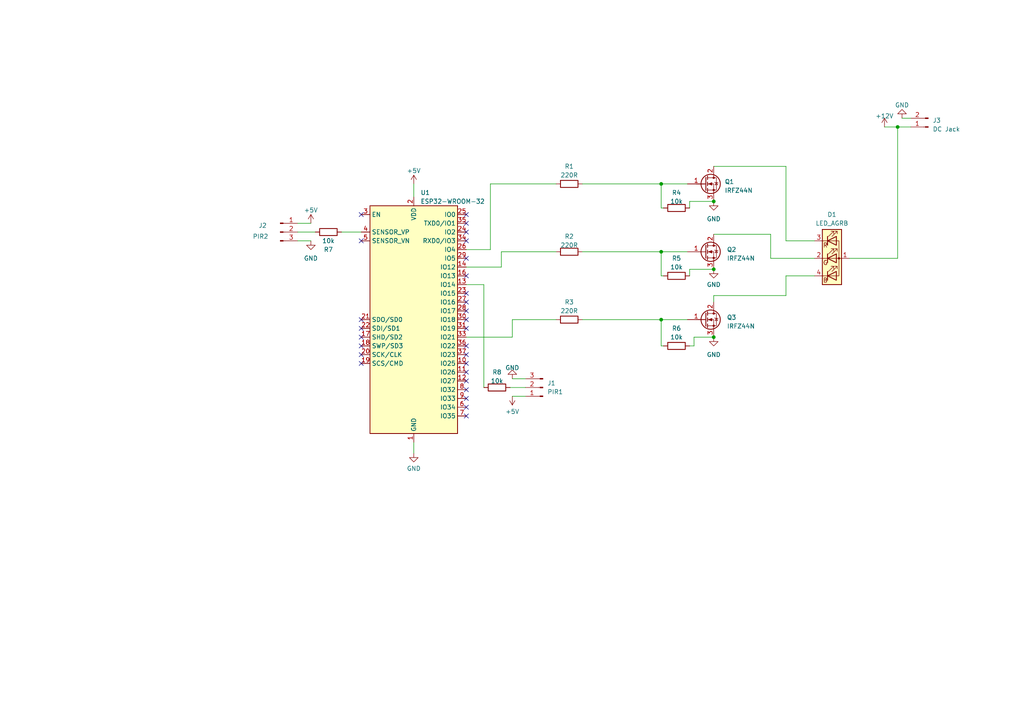
<source format=kicad_sch>
(kicad_sch (version 20230121) (generator eeschema)

  (uuid ffdbc5d0-44c3-4dd5-aaed-0da2226350a6)

  (paper "A4")

  (lib_symbols
    (symbol "Connector:Conn_01x02_Pin" (pin_names (offset 1.016) hide) (in_bom yes) (on_board yes)
      (property "Reference" "J" (at 0 2.54 0)
        (effects (font (size 1.27 1.27)))
      )
      (property "Value" "Conn_01x02_Pin" (at 0 -5.08 0)
        (effects (font (size 1.27 1.27)))
      )
      (property "Footprint" "" (at 0 0 0)
        (effects (font (size 1.27 1.27)) hide)
      )
      (property "Datasheet" "~" (at 0 0 0)
        (effects (font (size 1.27 1.27)) hide)
      )
      (property "ki_locked" "" (at 0 0 0)
        (effects (font (size 1.27 1.27)))
      )
      (property "ki_keywords" "connector" (at 0 0 0)
        (effects (font (size 1.27 1.27)) hide)
      )
      (property "ki_description" "Generic connector, single row, 01x02, script generated" (at 0 0 0)
        (effects (font (size 1.27 1.27)) hide)
      )
      (property "ki_fp_filters" "Connector*:*_1x??_*" (at 0 0 0)
        (effects (font (size 1.27 1.27)) hide)
      )
      (symbol "Conn_01x02_Pin_1_1"
        (polyline
          (pts
            (xy 1.27 -2.54)
            (xy 0.8636 -2.54)
          )
          (stroke (width 0.1524) (type default))
          (fill (type none))
        )
        (polyline
          (pts
            (xy 1.27 0)
            (xy 0.8636 0)
          )
          (stroke (width 0.1524) (type default))
          (fill (type none))
        )
        (rectangle (start 0.8636 -2.413) (end 0 -2.667)
          (stroke (width 0.1524) (type default))
          (fill (type outline))
        )
        (rectangle (start 0.8636 0.127) (end 0 -0.127)
          (stroke (width 0.1524) (type default))
          (fill (type outline))
        )
        (pin passive line (at 5.08 0 180) (length 3.81)
          (name "Pin_1" (effects (font (size 1.27 1.27))))
          (number "1" (effects (font (size 1.27 1.27))))
        )
        (pin passive line (at 5.08 -2.54 180) (length 3.81)
          (name "Pin_2" (effects (font (size 1.27 1.27))))
          (number "2" (effects (font (size 1.27 1.27))))
        )
      )
    )
    (symbol "Connector:Conn_01x03_Pin" (pin_names (offset 1.016) hide) (in_bom yes) (on_board yes)
      (property "Reference" "J" (at 0 5.08 0)
        (effects (font (size 1.27 1.27)))
      )
      (property "Value" "Conn_01x03_Pin" (at 0 -5.08 0)
        (effects (font (size 1.27 1.27)))
      )
      (property "Footprint" "" (at 0 0 0)
        (effects (font (size 1.27 1.27)) hide)
      )
      (property "Datasheet" "~" (at 0 0 0)
        (effects (font (size 1.27 1.27)) hide)
      )
      (property "ki_locked" "" (at 0 0 0)
        (effects (font (size 1.27 1.27)))
      )
      (property "ki_keywords" "connector" (at 0 0 0)
        (effects (font (size 1.27 1.27)) hide)
      )
      (property "ki_description" "Generic connector, single row, 01x03, script generated" (at 0 0 0)
        (effects (font (size 1.27 1.27)) hide)
      )
      (property "ki_fp_filters" "Connector*:*_1x??_*" (at 0 0 0)
        (effects (font (size 1.27 1.27)) hide)
      )
      (symbol "Conn_01x03_Pin_1_1"
        (polyline
          (pts
            (xy 1.27 -2.54)
            (xy 0.8636 -2.54)
          )
          (stroke (width 0.1524) (type default))
          (fill (type none))
        )
        (polyline
          (pts
            (xy 1.27 0)
            (xy 0.8636 0)
          )
          (stroke (width 0.1524) (type default))
          (fill (type none))
        )
        (polyline
          (pts
            (xy 1.27 2.54)
            (xy 0.8636 2.54)
          )
          (stroke (width 0.1524) (type default))
          (fill (type none))
        )
        (rectangle (start 0.8636 -2.413) (end 0 -2.667)
          (stroke (width 0.1524) (type default))
          (fill (type outline))
        )
        (rectangle (start 0.8636 0.127) (end 0 -0.127)
          (stroke (width 0.1524) (type default))
          (fill (type outline))
        )
        (rectangle (start 0.8636 2.667) (end 0 2.413)
          (stroke (width 0.1524) (type default))
          (fill (type outline))
        )
        (pin passive line (at 5.08 2.54 180) (length 3.81)
          (name "Pin_1" (effects (font (size 1.27 1.27))))
          (number "1" (effects (font (size 1.27 1.27))))
        )
        (pin passive line (at 5.08 0 180) (length 3.81)
          (name "Pin_2" (effects (font (size 1.27 1.27))))
          (number "2" (effects (font (size 1.27 1.27))))
        )
        (pin passive line (at 5.08 -2.54 180) (length 3.81)
          (name "Pin_3" (effects (font (size 1.27 1.27))))
          (number "3" (effects (font (size 1.27 1.27))))
        )
      )
    )
    (symbol "Device:LED_AGRB" (pin_names (offset 0) hide) (in_bom yes) (on_board yes)
      (property "Reference" "D" (at 0 9.398 0)
        (effects (font (size 1.27 1.27)))
      )
      (property "Value" "LED_AGRB" (at 0 -8.89 0)
        (effects (font (size 1.27 1.27)))
      )
      (property "Footprint" "" (at 0 -1.27 0)
        (effects (font (size 1.27 1.27)) hide)
      )
      (property "Datasheet" "~" (at 0 -1.27 0)
        (effects (font (size 1.27 1.27)) hide)
      )
      (property "ki_keywords" "LED RGB diode" (at 0 0 0)
        (effects (font (size 1.27 1.27)) hide)
      )
      (property "ki_description" "RGB LED, anode/green/red/blue" (at 0 0 0)
        (effects (font (size 1.27 1.27)) hide)
      )
      (property "ki_fp_filters" "LED* LED_SMD:* LED_THT:*" (at 0 0 0)
        (effects (font (size 1.27 1.27)) hide)
      )
      (symbol "LED_AGRB_0_0"
        (text "B" (at -1.905 -6.35 0)
          (effects (font (size 1.27 1.27)))
        )
        (text "G" (at -1.905 -1.27 0)
          (effects (font (size 1.27 1.27)))
        )
        (text "R" (at -1.905 3.81 0)
          (effects (font (size 1.27 1.27)))
        )
      )
      (symbol "LED_AGRB_0_1"
        (polyline
          (pts
            (xy -1.27 -5.08)
            (xy -2.54 -5.08)
          )
          (stroke (width 0) (type default))
          (fill (type none))
        )
        (polyline
          (pts
            (xy -1.27 -5.08)
            (xy 1.27 -5.08)
          )
          (stroke (width 0) (type default))
          (fill (type none))
        )
        (polyline
          (pts
            (xy -1.27 -3.81)
            (xy -1.27 -6.35)
          )
          (stroke (width 0.254) (type default))
          (fill (type none))
        )
        (polyline
          (pts
            (xy -1.27 0)
            (xy -2.54 0)
          )
          (stroke (width 0) (type default))
          (fill (type none))
        )
        (polyline
          (pts
            (xy -1.27 1.27)
            (xy -1.27 -1.27)
          )
          (stroke (width 0.254) (type default))
          (fill (type none))
        )
        (polyline
          (pts
            (xy -1.27 5.08)
            (xy -2.54 5.08)
          )
          (stroke (width 0) (type default))
          (fill (type none))
        )
        (polyline
          (pts
            (xy -1.27 5.08)
            (xy 1.27 5.08)
          )
          (stroke (width 0) (type default))
          (fill (type none))
        )
        (polyline
          (pts
            (xy -1.27 6.35)
            (xy -1.27 3.81)
          )
          (stroke (width 0.254) (type default))
          (fill (type none))
        )
        (polyline
          (pts
            (xy 1.27 0)
            (xy -1.27 0)
          )
          (stroke (width 0) (type default))
          (fill (type none))
        )
        (polyline
          (pts
            (xy 1.27 0)
            (xy 2.54 0)
          )
          (stroke (width 0) (type default))
          (fill (type none))
        )
        (polyline
          (pts
            (xy -1.27 1.27)
            (xy -1.27 -1.27)
            (xy -1.27 -1.27)
          )
          (stroke (width 0) (type default))
          (fill (type none))
        )
        (polyline
          (pts
            (xy -1.27 6.35)
            (xy -1.27 3.81)
            (xy -1.27 3.81)
          )
          (stroke (width 0) (type default))
          (fill (type none))
        )
        (polyline
          (pts
            (xy 1.27 -5.08)
            (xy 2.032 -5.08)
            (xy 2.032 5.08)
            (xy 1.27 5.08)
          )
          (stroke (width 0) (type default))
          (fill (type none))
        )
        (polyline
          (pts
            (xy 1.27 -3.81)
            (xy 1.27 -6.35)
            (xy -1.27 -5.08)
            (xy 1.27 -3.81)
          )
          (stroke (width 0.254) (type default))
          (fill (type none))
        )
        (polyline
          (pts
            (xy 1.27 1.27)
            (xy 1.27 -1.27)
            (xy -1.27 0)
            (xy 1.27 1.27)
          )
          (stroke (width 0.254) (type default))
          (fill (type none))
        )
        (polyline
          (pts
            (xy 1.27 6.35)
            (xy 1.27 3.81)
            (xy -1.27 5.08)
            (xy 1.27 6.35)
          )
          (stroke (width 0.254) (type default))
          (fill (type none))
        )
        (polyline
          (pts
            (xy -1.016 -3.81)
            (xy 0.508 -2.286)
            (xy -0.254 -2.286)
            (xy 0.508 -2.286)
            (xy 0.508 -3.048)
          )
          (stroke (width 0) (type default))
          (fill (type none))
        )
        (polyline
          (pts
            (xy -1.016 1.27)
            (xy 0.508 2.794)
            (xy -0.254 2.794)
            (xy 0.508 2.794)
            (xy 0.508 2.032)
          )
          (stroke (width 0) (type default))
          (fill (type none))
        )
        (polyline
          (pts
            (xy -1.016 6.35)
            (xy 0.508 7.874)
            (xy -0.254 7.874)
            (xy 0.508 7.874)
            (xy 0.508 7.112)
          )
          (stroke (width 0) (type default))
          (fill (type none))
        )
        (polyline
          (pts
            (xy 0 -3.81)
            (xy 1.524 -2.286)
            (xy 0.762 -2.286)
            (xy 1.524 -2.286)
            (xy 1.524 -3.048)
          )
          (stroke (width 0) (type default))
          (fill (type none))
        )
        (polyline
          (pts
            (xy 0 1.27)
            (xy 1.524 2.794)
            (xy 0.762 2.794)
            (xy 1.524 2.794)
            (xy 1.524 2.032)
          )
          (stroke (width 0) (type default))
          (fill (type none))
        )
        (polyline
          (pts
            (xy 0 6.35)
            (xy 1.524 7.874)
            (xy 0.762 7.874)
            (xy 1.524 7.874)
            (xy 1.524 7.112)
          )
          (stroke (width 0) (type default))
          (fill (type none))
        )
        (rectangle (start 1.27 -1.27) (end 1.27 1.27)
          (stroke (width 0) (type default))
          (fill (type none))
        )
        (rectangle (start 1.27 1.27) (end 1.27 1.27)
          (stroke (width 0) (type default))
          (fill (type none))
        )
        (rectangle (start 1.27 3.81) (end 1.27 6.35)
          (stroke (width 0) (type default))
          (fill (type none))
        )
        (rectangle (start 1.27 6.35) (end 1.27 6.35)
          (stroke (width 0) (type default))
          (fill (type none))
        )
        (circle (center 2.032 0) (radius 0.254)
          (stroke (width 0) (type default))
          (fill (type outline))
        )
        (rectangle (start 2.794 8.382) (end -2.794 -7.62)
          (stroke (width 0.254) (type default))
          (fill (type background))
        )
      )
      (symbol "LED_AGRB_1_1"
        (pin passive line (at 5.08 0 180) (length 2.54)
          (name "A" (effects (font (size 1.27 1.27))))
          (number "1" (effects (font (size 1.27 1.27))))
        )
        (pin passive line (at -5.08 0 0) (length 2.54)
          (name "GK" (effects (font (size 1.27 1.27))))
          (number "2" (effects (font (size 1.27 1.27))))
        )
        (pin passive line (at -5.08 5.08 0) (length 2.54)
          (name "RK" (effects (font (size 1.27 1.27))))
          (number "3" (effects (font (size 1.27 1.27))))
        )
        (pin passive line (at -5.08 -5.08 0) (length 2.54)
          (name "BK" (effects (font (size 1.27 1.27))))
          (number "4" (effects (font (size 1.27 1.27))))
        )
      )
    )
    (symbol "Device:R" (pin_numbers hide) (pin_names (offset 0)) (in_bom yes) (on_board yes)
      (property "Reference" "R" (at 2.032 0 90)
        (effects (font (size 1.27 1.27)))
      )
      (property "Value" "R" (at 0 0 90)
        (effects (font (size 1.27 1.27)))
      )
      (property "Footprint" "" (at -1.778 0 90)
        (effects (font (size 1.27 1.27)) hide)
      )
      (property "Datasheet" "~" (at 0 0 0)
        (effects (font (size 1.27 1.27)) hide)
      )
      (property "ki_keywords" "R res resistor" (at 0 0 0)
        (effects (font (size 1.27 1.27)) hide)
      )
      (property "ki_description" "Resistor" (at 0 0 0)
        (effects (font (size 1.27 1.27)) hide)
      )
      (property "ki_fp_filters" "R_*" (at 0 0 0)
        (effects (font (size 1.27 1.27)) hide)
      )
      (symbol "R_0_1"
        (rectangle (start -1.016 -2.54) (end 1.016 2.54)
          (stroke (width 0.254) (type default))
          (fill (type none))
        )
      )
      (symbol "R_1_1"
        (pin passive line (at 0 3.81 270) (length 1.27)
          (name "~" (effects (font (size 1.27 1.27))))
          (number "1" (effects (font (size 1.27 1.27))))
        )
        (pin passive line (at 0 -3.81 90) (length 1.27)
          (name "~" (effects (font (size 1.27 1.27))))
          (number "2" (effects (font (size 1.27 1.27))))
        )
      )
    )
    (symbol "FuzzBeard Schematic Symbols for Pedals:GND" (power) (pin_names (offset 0)) (in_bom yes) (on_board yes)
      (property "Reference" "#PWR" (at 0 -6.35 0)
        (effects (font (size 1.27 1.27)) hide)
      )
      (property "Value" "GND" (at 0 -3.81 0)
        (effects (font (size 1.27 1.27)))
      )
      (property "Footprint" "" (at 0 0 0)
        (effects (font (size 1.27 1.27)) hide)
      )
      (property "Datasheet" "" (at 0 0 0)
        (effects (font (size 1.27 1.27)) hide)
      )
      (property "ki_keywords" "power-flag" (at 0 0 0)
        (effects (font (size 1.27 1.27)) hide)
      )
      (property "ki_description" "Power symbol creates a global label with name \"GND\" , ground" (at 0 0 0)
        (effects (font (size 1.27 1.27)) hide)
      )
      (symbol "GND_0_1"
        (polyline
          (pts
            (xy 0 0)
            (xy 0 -1.27)
            (xy 1.27 -1.27)
            (xy 0 -2.54)
            (xy -1.27 -1.27)
            (xy 0 -1.27)
          )
          (stroke (width 0) (type solid))
          (fill (type none))
        )
      )
      (symbol "GND_1_1"
        (pin power_in line (at 0 0 270) (length 0) hide
          (name "GND" (effects (font (size 1.27 1.27))))
          (number "1" (effects (font (size 1.27 1.27))))
        )
      )
    )
    (symbol "RF_Module:ESP32-WROOM-32" (in_bom yes) (on_board yes)
      (property "Reference" "U1" (at 1.9559 36.83 0)
        (effects (font (size 1.27 1.27)) (justify left))
      )
      (property "Value" "ESP32-WROOM-32" (at 1.9559 34.29 0)
        (effects (font (size 1.27 1.27)) (justify left))
      )
      (property "Footprint" "Espressif:ESP32-C3-DevKitC-02" (at 0 -38.1 0)
        (effects (font (size 1.27 1.27)) hide)
      )
      (property "Datasheet" "https://www.espressif.com/sites/default/files/documentation/esp32-wroom-32_datasheet_en.pdf" (at -7.62 1.27 0)
        (effects (font (size 1.27 1.27)) hide)
      )
      (property "ki_keywords" "RF Radio BT ESP ESP32 Espressif onboard PCB antenna" (at 0 0 0)
        (effects (font (size 1.27 1.27)) hide)
      )
      (property "ki_description" "RF Module, ESP32-D0WDQ6 SoC, Wi-Fi 802.11b/g/n, Bluetooth, BLE, 32-bit, 2.7-3.6V, onboard antenna, SMD" (at 0 0 0)
        (effects (font (size 1.27 1.27)) hide)
      )
      (property "ki_fp_filters" "ESP32?WROOM?32*" (at 0 0 0)
        (effects (font (size 1.27 1.27)) hide)
      )
      (symbol "ESP32-WROOM-32_0_1"
        (rectangle (start -12.7 33.02) (end 12.7 -33.02)
          (stroke (width 0.254) (type default))
          (fill (type background))
        )
      )
      (symbol "ESP32-WROOM-32_1_1"
        (pin power_in line (at 0 -35.56 90) (length 2.54)
          (name "GND" (effects (font (size 1.27 1.27))))
          (number "1" (effects (font (size 1.27 1.27))))
        )
        (pin bidirectional line (at 15.24 -12.7 180) (length 2.54)
          (name "IO25" (effects (font (size 1.27 1.27))))
          (number "10" (effects (font (size 1.27 1.27))))
        )
        (pin bidirectional line (at 15.24 -15.24 180) (length 2.54)
          (name "IO26" (effects (font (size 1.27 1.27))))
          (number "11" (effects (font (size 1.27 1.27))))
        )
        (pin bidirectional line (at 15.24 -17.78 180) (length 2.54)
          (name "IO27" (effects (font (size 1.27 1.27))))
          (number "12" (effects (font (size 1.27 1.27))))
        )
        (pin bidirectional line (at 15.24 10.16 180) (length 2.54)
          (name "IO14" (effects (font (size 1.27 1.27))))
          (number "13" (effects (font (size 1.27 1.27))))
        )
        (pin bidirectional line (at 15.24 15.24 180) (length 2.54)
          (name "IO12" (effects (font (size 1.27 1.27))))
          (number "14" (effects (font (size 1.27 1.27))))
        )
        (pin passive line (at 0 -35.56 90) (length 2.54) hide
          (name "GND" (effects (font (size 1.27 1.27))))
          (number "15" (effects (font (size 1.27 1.27))))
        )
        (pin bidirectional line (at 15.24 12.7 180) (length 2.54)
          (name "IO13" (effects (font (size 1.27 1.27))))
          (number "16" (effects (font (size 1.27 1.27))))
        )
        (pin bidirectional line (at -15.24 -5.08 0) (length 2.54)
          (name "SHD/SD2" (effects (font (size 1.27 1.27))))
          (number "17" (effects (font (size 1.27 1.27))))
        )
        (pin bidirectional line (at -15.24 -7.62 0) (length 2.54)
          (name "SWP/SD3" (effects (font (size 1.27 1.27))))
          (number "18" (effects (font (size 1.27 1.27))))
        )
        (pin bidirectional line (at -15.24 -12.7 0) (length 2.54)
          (name "SCS/CMD" (effects (font (size 1.27 1.27))))
          (number "19" (effects (font (size 1.27 1.27))))
        )
        (pin power_in line (at 0 35.56 270) (length 2.54)
          (name "VDD" (effects (font (size 1.27 1.27))))
          (number "2" (effects (font (size 1.27 1.27))))
        )
        (pin bidirectional line (at -15.24 -10.16 0) (length 2.54)
          (name "SCK/CLK" (effects (font (size 1.27 1.27))))
          (number "20" (effects (font (size 1.27 1.27))))
        )
        (pin bidirectional line (at -15.24 0 0) (length 2.54)
          (name "SDO/SD0" (effects (font (size 1.27 1.27))))
          (number "21" (effects (font (size 1.27 1.27))))
        )
        (pin bidirectional line (at -15.24 -2.54 0) (length 2.54)
          (name "SDI/SD1" (effects (font (size 1.27 1.27))))
          (number "22" (effects (font (size 1.27 1.27))))
        )
        (pin bidirectional line (at 15.24 7.62 180) (length 2.54)
          (name "IO15" (effects (font (size 1.27 1.27))))
          (number "23" (effects (font (size 1.27 1.27))))
        )
        (pin bidirectional line (at 15.24 25.4 180) (length 2.54)
          (name "IO2" (effects (font (size 1.27 1.27))))
          (number "24" (effects (font (size 1.27 1.27))))
        )
        (pin bidirectional line (at 15.24 30.48 180) (length 2.54)
          (name "IO0" (effects (font (size 1.27 1.27))))
          (number "25" (effects (font (size 1.27 1.27))))
        )
        (pin bidirectional line (at 15.24 20.32 180) (length 2.54)
          (name "IO4" (effects (font (size 1.27 1.27))))
          (number "26" (effects (font (size 1.27 1.27))))
        )
        (pin bidirectional line (at 15.24 5.08 180) (length 2.54)
          (name "IO16" (effects (font (size 1.27 1.27))))
          (number "27" (effects (font (size 1.27 1.27))))
        )
        (pin bidirectional line (at 15.24 2.54 180) (length 2.54)
          (name "IO17" (effects (font (size 1.27 1.27))))
          (number "28" (effects (font (size 1.27 1.27))))
        )
        (pin bidirectional line (at 15.24 17.78 180) (length 2.54)
          (name "IO5" (effects (font (size 1.27 1.27))))
          (number "29" (effects (font (size 1.27 1.27))))
        )
        (pin input line (at -15.24 30.48 0) (length 2.54)
          (name "EN" (effects (font (size 1.27 1.27))))
          (number "3" (effects (font (size 1.27 1.27))))
        )
        (pin bidirectional line (at 15.24 0 180) (length 2.54)
          (name "IO18" (effects (font (size 1.27 1.27))))
          (number "30" (effects (font (size 1.27 1.27))))
        )
        (pin bidirectional line (at 15.24 -2.54 180) (length 2.54)
          (name "IO19" (effects (font (size 1.27 1.27))))
          (number "31" (effects (font (size 1.27 1.27))))
        )
        (pin no_connect line (at -12.7 -27.94 0) (length 2.54) hide
          (name "NC" (effects (font (size 1.27 1.27))))
          (number "32" (effects (font (size 1.27 1.27))))
        )
        (pin bidirectional line (at 15.24 -5.08 180) (length 2.54)
          (name "IO21" (effects (font (size 1.27 1.27))))
          (number "33" (effects (font (size 1.27 1.27))))
        )
        (pin bidirectional line (at 15.24 22.86 180) (length 2.54)
          (name "RXD0/IO3" (effects (font (size 1.27 1.27))))
          (number "34" (effects (font (size 1.27 1.27))))
        )
        (pin bidirectional line (at 15.24 27.94 180) (length 2.54)
          (name "TXD0/IO1" (effects (font (size 1.27 1.27))))
          (number "35" (effects (font (size 1.27 1.27))))
        )
        (pin bidirectional line (at 15.24 -7.62 180) (length 2.54)
          (name "IO22" (effects (font (size 1.27 1.27))))
          (number "36" (effects (font (size 1.27 1.27))))
        )
        (pin bidirectional line (at 15.24 -10.16 180) (length 2.54)
          (name "IO23" (effects (font (size 1.27 1.27))))
          (number "37" (effects (font (size 1.27 1.27))))
        )
        (pin passive line (at 0 -35.56 90) (length 2.54) hide
          (name "GND" (effects (font (size 1.27 1.27))))
          (number "38" (effects (font (size 1.27 1.27))))
        )
        (pin passive line (at 0 -35.56 90) (length 2.54) hide
          (name "GND" (effects (font (size 1.27 1.27))))
          (number "39" (effects (font (size 1.27 1.27))))
        )
        (pin input line (at -15.24 25.4 0) (length 2.54)
          (name "SENSOR_VP" (effects (font (size 1.27 1.27))))
          (number "4" (effects (font (size 1.27 1.27))))
        )
        (pin input line (at -15.24 22.86 0) (length 2.54)
          (name "SENSOR_VN" (effects (font (size 1.27 1.27))))
          (number "5" (effects (font (size 1.27 1.27))))
        )
        (pin input line (at 15.24 -25.4 180) (length 2.54)
          (name "IO34" (effects (font (size 1.27 1.27))))
          (number "6" (effects (font (size 1.27 1.27))))
        )
        (pin input line (at 15.24 -27.94 180) (length 2.54)
          (name "IO35" (effects (font (size 1.27 1.27))))
          (number "7" (effects (font (size 1.27 1.27))))
        )
        (pin bidirectional line (at 15.24 -20.32 180) (length 2.54)
          (name "IO32" (effects (font (size 1.27 1.27))))
          (number "8" (effects (font (size 1.27 1.27))))
        )
        (pin bidirectional line (at 15.24 -22.86 180) (length 2.54)
          (name "IO33" (effects (font (size 1.27 1.27))))
          (number "9" (effects (font (size 1.27 1.27))))
        )
      )
    )
    (symbol "Transistor_FET:BSP129" (pin_names hide) (in_bom yes) (on_board yes)
      (property "Reference" "Q" (at 5.08 1.905 0)
        (effects (font (size 1.27 1.27)) (justify left))
      )
      (property "Value" "BSP129" (at 5.08 0 0)
        (effects (font (size 1.27 1.27)) (justify left))
      )
      (property "Footprint" "Package_TO_SOT_SMD:SOT-223-3_TabPin2" (at 5.08 -1.905 0)
        (effects (font (size 1.27 1.27) italic) (justify left) hide)
      )
      (property "Datasheet" "https://www.infineon.com/dgdl/Infineon-BSP129-DS-v01_42-en.pdf?fileId=db3a30433c1a8752013c1fc296d2395f" (at 0 0 0)
        (effects (font (size 1.27 1.27)) (justify left) hide)
      )
      (property "ki_keywords" "N-Channel MOSFET" (at 0 0 0)
        (effects (font (size 1.27 1.27)) hide)
      )
      (property "ki_description" "0.35A Id, 240V Vds, N-Channel MOSFET, SOT-223" (at 0 0 0)
        (effects (font (size 1.27 1.27)) hide)
      )
      (property "ki_fp_filters" "SOT?223*" (at 0 0 0)
        (effects (font (size 1.27 1.27)) hide)
      )
      (symbol "BSP129_0_1"
        (polyline
          (pts
            (xy 0.254 0)
            (xy -2.54 0)
          )
          (stroke (width 0) (type default))
          (fill (type none))
        )
        (polyline
          (pts
            (xy 0.254 1.905)
            (xy 0.254 -1.905)
          )
          (stroke (width 0.254) (type default))
          (fill (type none))
        )
        (polyline
          (pts
            (xy 0.762 -1.27)
            (xy 0.762 -2.286)
          )
          (stroke (width 0.254) (type default))
          (fill (type none))
        )
        (polyline
          (pts
            (xy 0.762 0.508)
            (xy 0.762 -0.508)
          )
          (stroke (width 0.254) (type default))
          (fill (type none))
        )
        (polyline
          (pts
            (xy 0.762 2.286)
            (xy 0.762 1.27)
          )
          (stroke (width 0.254) (type default))
          (fill (type none))
        )
        (polyline
          (pts
            (xy 2.54 2.54)
            (xy 2.54 1.778)
          )
          (stroke (width 0) (type default))
          (fill (type none))
        )
        (polyline
          (pts
            (xy 2.54 -2.54)
            (xy 2.54 0)
            (xy 0.762 0)
          )
          (stroke (width 0) (type default))
          (fill (type none))
        )
        (polyline
          (pts
            (xy 0.762 -1.778)
            (xy 3.302 -1.778)
            (xy 3.302 1.778)
            (xy 0.762 1.778)
          )
          (stroke (width 0) (type default))
          (fill (type none))
        )
        (polyline
          (pts
            (xy 1.016 0)
            (xy 2.032 0.381)
            (xy 2.032 -0.381)
            (xy 1.016 0)
          )
          (stroke (width 0) (type default))
          (fill (type outline))
        )
        (polyline
          (pts
            (xy 2.794 0.508)
            (xy 2.921 0.381)
            (xy 3.683 0.381)
            (xy 3.81 0.254)
          )
          (stroke (width 0) (type default))
          (fill (type none))
        )
        (polyline
          (pts
            (xy 3.302 0.381)
            (xy 2.921 -0.254)
            (xy 3.683 -0.254)
            (xy 3.302 0.381)
          )
          (stroke (width 0) (type default))
          (fill (type none))
        )
        (circle (center 1.651 0) (radius 2.794)
          (stroke (width 0.254) (type default))
          (fill (type none))
        )
        (circle (center 2.54 -1.778) (radius 0.254)
          (stroke (width 0) (type default))
          (fill (type outline))
        )
        (circle (center 2.54 1.778) (radius 0.254)
          (stroke (width 0) (type default))
          (fill (type outline))
        )
      )
      (symbol "BSP129_1_1"
        (pin input line (at -5.08 0 0) (length 5.08)
          (name "G" (effects (font (size 1.27 1.27))))
          (number "1" (effects (font (size 1.27 1.27))))
        )
        (pin passive line (at 2.54 5.08 270) (length 2.54)
          (name "D" (effects (font (size 1.27 1.27))))
          (number "2" (effects (font (size 1.27 1.27))))
        )
        (pin passive line (at 2.54 -5.08 90) (length 2.54)
          (name "S" (effects (font (size 1.27 1.27))))
          (number "3" (effects (font (size 1.27 1.27))))
        )
      )
    )
    (symbol "power:+12V" (power) (pin_names (offset 0)) (in_bom yes) (on_board yes)
      (property "Reference" "#PWR" (at 0 -3.81 0)
        (effects (font (size 1.27 1.27)) hide)
      )
      (property "Value" "+12V" (at 0 3.556 0)
        (effects (font (size 1.27 1.27)))
      )
      (property "Footprint" "" (at 0 0 0)
        (effects (font (size 1.27 1.27)) hide)
      )
      (property "Datasheet" "" (at 0 0 0)
        (effects (font (size 1.27 1.27)) hide)
      )
      (property "ki_keywords" "global power" (at 0 0 0)
        (effects (font (size 1.27 1.27)) hide)
      )
      (property "ki_description" "Power symbol creates a global label with name \"+12V\"" (at 0 0 0)
        (effects (font (size 1.27 1.27)) hide)
      )
      (symbol "+12V_0_1"
        (polyline
          (pts
            (xy -0.762 1.27)
            (xy 0 2.54)
          )
          (stroke (width 0) (type default))
          (fill (type none))
        )
        (polyline
          (pts
            (xy 0 0)
            (xy 0 2.54)
          )
          (stroke (width 0) (type default))
          (fill (type none))
        )
        (polyline
          (pts
            (xy 0 2.54)
            (xy 0.762 1.27)
          )
          (stroke (width 0) (type default))
          (fill (type none))
        )
      )
      (symbol "+12V_1_1"
        (pin power_in line (at 0 0 90) (length 0) hide
          (name "+12V" (effects (font (size 1.27 1.27))))
          (number "1" (effects (font (size 1.27 1.27))))
        )
      )
    )
    (symbol "power:+5V" (power) (pin_names (offset 0)) (in_bom yes) (on_board yes)
      (property "Reference" "#PWR" (at 0 -3.81 0)
        (effects (font (size 1.27 1.27)) hide)
      )
      (property "Value" "+5V" (at 0 3.556 0)
        (effects (font (size 1.27 1.27)))
      )
      (property "Footprint" "" (at 0 0 0)
        (effects (font (size 1.27 1.27)) hide)
      )
      (property "Datasheet" "" (at 0 0 0)
        (effects (font (size 1.27 1.27)) hide)
      )
      (property "ki_keywords" "global power" (at 0 0 0)
        (effects (font (size 1.27 1.27)) hide)
      )
      (property "ki_description" "Power symbol creates a global label with name \"+5V\"" (at 0 0 0)
        (effects (font (size 1.27 1.27)) hide)
      )
      (symbol "+5V_0_1"
        (polyline
          (pts
            (xy -0.762 1.27)
            (xy 0 2.54)
          )
          (stroke (width 0) (type default))
          (fill (type none))
        )
        (polyline
          (pts
            (xy 0 0)
            (xy 0 2.54)
          )
          (stroke (width 0) (type default))
          (fill (type none))
        )
        (polyline
          (pts
            (xy 0 2.54)
            (xy 0.762 1.27)
          )
          (stroke (width 0) (type default))
          (fill (type none))
        )
      )
      (symbol "+5V_1_1"
        (pin power_in line (at 0 0 90) (length 0) hide
          (name "+5V" (effects (font (size 1.27 1.27))))
          (number "1" (effects (font (size 1.27 1.27))))
        )
      )
    )
    (symbol "power:GND" (power) (pin_names (offset 0)) (in_bom yes) (on_board yes)
      (property "Reference" "#PWR" (at 0 -6.35 0)
        (effects (font (size 1.27 1.27)) hide)
      )
      (property "Value" "GND" (at 0 -3.81 0)
        (effects (font (size 1.27 1.27)))
      )
      (property "Footprint" "" (at 0 0 0)
        (effects (font (size 1.27 1.27)) hide)
      )
      (property "Datasheet" "" (at 0 0 0)
        (effects (font (size 1.27 1.27)) hide)
      )
      (property "ki_keywords" "global power" (at 0 0 0)
        (effects (font (size 1.27 1.27)) hide)
      )
      (property "ki_description" "Power symbol creates a global label with name \"GND\" , ground" (at 0 0 0)
        (effects (font (size 1.27 1.27)) hide)
      )
      (symbol "GND_0_1"
        (polyline
          (pts
            (xy 0 0)
            (xy 0 -1.27)
            (xy 1.27 -1.27)
            (xy 0 -2.54)
            (xy -1.27 -1.27)
            (xy 0 -1.27)
          )
          (stroke (width 0) (type default))
          (fill (type none))
        )
      )
      (symbol "GND_1_1"
        (pin power_in line (at 0 0 270) (length 0) hide
          (name "GND" (effects (font (size 1.27 1.27))))
          (number "1" (effects (font (size 1.27 1.27))))
        )
      )
    )
  )


  (junction (at 260.35 36.83) (diameter 0) (color 0 0 0 0)
    (uuid 029a4dc1-3113-4424-9965-0f36ccc56c7f)
  )
  (junction (at 191.77 73.025) (diameter 0) (color 0 0 0 0)
    (uuid 427b4427-638b-48de-8b0c-3616fba722a7)
  )
  (junction (at 207.01 97.79) (diameter 0) (color 0 0 0 0)
    (uuid b634c8d0-6ff9-4d1c-a64a-0febbb307401)
  )
  (junction (at 191.77 53.34) (diameter 0) (color 0 0 0 0)
    (uuid be0c5221-1df1-4324-8454-b3542912a7c1)
  )
  (junction (at 207.01 58.42) (diameter 0) (color 0 0 0 0)
    (uuid c6b27780-a419-4930-86d2-2482b827467c)
  )
  (junction (at 191.77 92.71) (diameter 0) (color 0 0 0 0)
    (uuid d9f622c1-8a7a-4bd6-abbb-959ae392faa8)
  )
  (junction (at 207.01 78.105) (diameter 0) (color 0 0 0 0)
    (uuid e5effaec-2a44-4a9e-bc03-d2b2dd655d69)
  )

  (no_connect (at 135.255 118.11) (uuid 0538016f-6bf8-4155-ac69-7563cf01f920))
  (no_connect (at 135.255 102.87) (uuid 0d2c3170-9250-408b-8955-d618fa374900))
  (no_connect (at 135.255 115.57) (uuid 1aab2163-bd53-4081-9a49-348230920bd0))
  (no_connect (at 135.255 110.49) (uuid 23b5ea14-2a91-4a6a-98c7-9a35696450ed))
  (no_connect (at 104.775 69.85) (uuid 31a342f3-3d41-4eab-8dc8-01205f3e7948))
  (no_connect (at 135.255 64.77) (uuid 325a9795-7b69-405e-8d49-6a5996839585))
  (no_connect (at 135.255 90.17) (uuid 35a16406-684b-4cf9-89c6-7a9087bbcf0c))
  (no_connect (at 104.775 95.25) (uuid 3d4f5f09-b186-421d-8c06-b0ebf23f0ffc))
  (no_connect (at 135.255 80.01) (uuid 453ee139-d298-443b-afd5-ca953521093c))
  (no_connect (at 104.775 105.41) (uuid 4624056b-6891-4a29-bf29-1d3e169ae7c7))
  (no_connect (at 135.255 87.63) (uuid 476c8527-66e0-4f4b-ae5c-16ea2084c0ae))
  (no_connect (at 135.255 69.85) (uuid 4c5be743-5378-4708-9b1d-c2cf41fde7b9))
  (no_connect (at 135.255 120.65) (uuid 4e87e81a-6176-48e0-8dfc-a06b1ae29082))
  (no_connect (at 104.775 92.71) (uuid 5d7c09b1-7957-4dec-b3f3-41e3a01cc213))
  (no_connect (at 104.775 62.23) (uuid 5f08cfba-673a-4b0b-acb7-21942d8ce84b))
  (no_connect (at 135.255 105.41) (uuid 63d63a0d-f95a-4edc-8df0-249d7a547d74))
  (no_connect (at 135.255 62.23) (uuid 7d822768-f041-4ca6-bca5-7e59706000e5))
  (no_connect (at 135.255 95.25) (uuid 7f5e0e0f-4955-44a3-95c0-03a2321590f4))
  (no_connect (at 135.255 67.31) (uuid 8441d85b-a30c-4b61-9266-f0f52cbca8f0))
  (no_connect (at 135.255 74.93) (uuid 85788f79-36e0-40b0-8cbf-868c2e2f7a32))
  (no_connect (at 135.255 85.09) (uuid 8d4829f0-aa31-48e8-a34a-1ac7825701d2))
  (no_connect (at 104.775 100.33) (uuid 9a293da5-aee3-409b-aa57-17929734a973))
  (no_connect (at 135.255 107.95) (uuid 9a9cf15d-7869-426b-a8b5-9f62b07a54ab))
  (no_connect (at 135.255 113.03) (uuid a550a86e-db28-4aa1-92b8-d36dccc979f3))
  (no_connect (at 135.255 100.33) (uuid a803448f-a59f-455c-8a0f-3fe796005f1d))
  (no_connect (at 104.775 97.79) (uuid d024537c-7fbb-4aec-a3a5-47f5292f021d))
  (no_connect (at 135.255 92.71) (uuid efa47419-ad33-4da6-b636-1539c7ed4261))
  (no_connect (at 104.775 102.87) (uuid f92cacfc-b98f-478c-ab24-15afea4f6629))

  (wire (pts (xy 207.01 48.26) (xy 227.965 48.26))
    (stroke (width 0) (type default))
    (uuid 0db09e79-02a8-4b8d-a2e8-31bd57f17c6a)
  )
  (wire (pts (xy 200.025 78.105) (xy 207.01 78.105))
    (stroke (width 0) (type default))
    (uuid 10315f45-58d0-48ac-9d69-55c5a7d0ad04)
  )
  (wire (pts (xy 207.01 85.725) (xy 227.965 85.725))
    (stroke (width 0) (type default))
    (uuid 196202c9-2d71-4ae0-be9f-918c26096510)
  )
  (wire (pts (xy 227.965 69.85) (xy 236.22 69.85))
    (stroke (width 0) (type default))
    (uuid 1ac030be-6f40-4ee2-9c17-f5baf9baddf0)
  )
  (wire (pts (xy 148.59 97.79) (xy 148.59 92.71))
    (stroke (width 0) (type default))
    (uuid 1b0c6438-1783-4183-9a02-7e6a57b7dbba)
  )
  (wire (pts (xy 135.255 72.39) (xy 142.24 72.39))
    (stroke (width 0) (type default))
    (uuid 1bf9a983-be0e-412d-8599-c46475bb3184)
  )
  (wire (pts (xy 191.77 92.71) (xy 199.39 92.71))
    (stroke (width 0) (type default))
    (uuid 231d2304-f10f-42a3-a7ce-69a783ffe771)
  )
  (wire (pts (xy 148.59 114.935) (xy 152.4 114.935))
    (stroke (width 0) (type default))
    (uuid 27710d43-05ff-4270-bb94-3fde5a09f9cb)
  )
  (wire (pts (xy 120.015 128.27) (xy 120.015 131.445))
    (stroke (width 0) (type default))
    (uuid 2f726211-2d5c-4561-93f8-9af442df7590)
  )
  (wire (pts (xy 261.62 34.29) (xy 264.16 34.29))
    (stroke (width 0) (type default))
    (uuid 3c101ed5-7cfb-418f-9f42-5d3282fbd65f)
  )
  (wire (pts (xy 145.415 77.47) (xy 145.415 73.025))
    (stroke (width 0) (type default))
    (uuid 40dba5dd-f397-46f2-8636-308b1d632bb0)
  )
  (wire (pts (xy 135.255 82.55) (xy 140.335 82.55))
    (stroke (width 0) (type default))
    (uuid 41a02606-3d5e-4c02-804a-a3627a21bead)
  )
  (wire (pts (xy 135.255 77.47) (xy 145.415 77.47))
    (stroke (width 0) (type default))
    (uuid 442d7fff-14f2-4bff-85e1-433e90d5892d)
  )
  (wire (pts (xy 192.405 60.325) (xy 191.77 60.325))
    (stroke (width 0) (type default))
    (uuid 4769c1c3-1c2a-4d2f-aacc-84755f061e03)
  )
  (wire (pts (xy 191.77 92.71) (xy 191.77 100.33))
    (stroke (width 0) (type default))
    (uuid 4d68bd08-2c36-4016-a9b5-57204805d9c5)
  )
  (wire (pts (xy 168.91 53.34) (xy 191.77 53.34))
    (stroke (width 0) (type default))
    (uuid 4dbe385f-00d0-493d-9b35-c2045459c67b)
  )
  (wire (pts (xy 223.52 67.945) (xy 223.52 74.93))
    (stroke (width 0) (type default))
    (uuid 4e28a4c3-54ca-41bf-88e0-57f5bb5763ae)
  )
  (wire (pts (xy 207.01 67.945) (xy 223.52 67.945))
    (stroke (width 0) (type default))
    (uuid 53f693cf-2bbf-478b-860a-39808ea7bf0f)
  )
  (wire (pts (xy 86.36 69.85) (xy 90.17 69.85))
    (stroke (width 0) (type default))
    (uuid 56b358ac-4415-4d3c-a832-650d006897e0)
  )
  (wire (pts (xy 260.35 36.83) (xy 260.35 74.93))
    (stroke (width 0) (type default))
    (uuid 5c0e5ded-e55c-4052-b290-0193231e202f)
  )
  (wire (pts (xy 200.025 100.33) (xy 201.295 100.33))
    (stroke (width 0) (type default))
    (uuid 5d7530b5-6e47-4741-8679-fe7783134f42)
  )
  (wire (pts (xy 227.965 48.26) (xy 227.965 69.85))
    (stroke (width 0) (type default))
    (uuid 70705429-a30b-417d-b978-61057bf961c5)
  )
  (wire (pts (xy 148.59 92.71) (xy 161.29 92.71))
    (stroke (width 0) (type default))
    (uuid 70824da7-fd84-4012-9f8c-8b1b47534db2)
  )
  (wire (pts (xy 120.015 53.34) (xy 120.015 57.15))
    (stroke (width 0) (type default))
    (uuid 7390400b-87e1-4e30-9d9d-4062b59ff94b)
  )
  (wire (pts (xy 192.405 100.33) (xy 191.77 100.33))
    (stroke (width 0) (type default))
    (uuid 7858c6fe-82fe-4582-8af3-b3577d259e4b)
  )
  (wire (pts (xy 201.295 97.79) (xy 207.01 97.79))
    (stroke (width 0) (type default))
    (uuid 7ae9599f-e2d0-45c4-acb1-69c0207f90c0)
  )
  (wire (pts (xy 207.01 87.63) (xy 207.01 85.725))
    (stroke (width 0) (type default))
    (uuid 7ba37f06-24b9-4572-a896-c7d1b0764ccc)
  )
  (wire (pts (xy 135.255 97.79) (xy 148.59 97.79))
    (stroke (width 0) (type default))
    (uuid 7d5800c7-f75c-4137-9780-91d77af110db)
  )
  (wire (pts (xy 140.335 82.55) (xy 140.335 112.395))
    (stroke (width 0) (type default))
    (uuid 85e7f6f5-89f6-4fb4-9e5f-9b9fde5ed6c3)
  )
  (wire (pts (xy 191.77 73.025) (xy 199.39 73.025))
    (stroke (width 0) (type default))
    (uuid 899380df-c540-4d67-ba85-0ca69f3bb314)
  )
  (wire (pts (xy 142.24 53.34) (xy 142.24 72.39))
    (stroke (width 0) (type default))
    (uuid 8af2f48c-5737-4d1c-bce4-8bfc78fb3b3e)
  )
  (wire (pts (xy 201.295 100.33) (xy 201.295 97.79))
    (stroke (width 0) (type default))
    (uuid 8af484be-9dd9-4fa2-9ef2-0a7f066e1cf7)
  )
  (wire (pts (xy 145.415 73.025) (xy 161.29 73.025))
    (stroke (width 0) (type default))
    (uuid 8c6d9774-2ac1-4ad7-b853-a0bfb217eb76)
  )
  (wire (pts (xy 191.77 80.01) (xy 191.77 73.025))
    (stroke (width 0) (type default))
    (uuid 907f852f-b138-4290-8d2b-6f550064f192)
  )
  (wire (pts (xy 227.965 80.01) (xy 236.22 80.01))
    (stroke (width 0) (type default))
    (uuid 93a566fa-2afd-45c0-98d0-098900b8db2b)
  )
  (wire (pts (xy 256.54 36.83) (xy 260.35 36.83))
    (stroke (width 0) (type default))
    (uuid 9ff40eac-d677-4b4b-bb43-73a9dd08765f)
  )
  (wire (pts (xy 161.29 53.34) (xy 142.24 53.34))
    (stroke (width 0) (type default))
    (uuid a0ef3da9-cbd7-46ec-8912-3ac5803012e4)
  )
  (wire (pts (xy 200.025 80.01) (xy 200.025 78.105))
    (stroke (width 0) (type default))
    (uuid a1decbb1-3b35-47de-aefa-64184bbaf7be)
  )
  (wire (pts (xy 191.77 53.34) (xy 199.39 53.34))
    (stroke (width 0) (type default))
    (uuid a9ed2e82-44f3-47fd-85ff-14bd2f8e2cc3)
  )
  (wire (pts (xy 148.59 109.855) (xy 152.4 109.855))
    (stroke (width 0) (type default))
    (uuid adb193d8-9607-4608-ba07-98878ae2dec4)
  )
  (wire (pts (xy 260.35 36.83) (xy 264.16 36.83))
    (stroke (width 0) (type default))
    (uuid b33682ec-fbc0-4937-8ee5-25b91cb9060e)
  )
  (wire (pts (xy 200.025 58.42) (xy 207.01 58.42))
    (stroke (width 0) (type default))
    (uuid bb9dbcc5-6b86-42fd-9108-f3bbbf965717)
  )
  (wire (pts (xy 200.025 60.325) (xy 200.025 58.42))
    (stroke (width 0) (type default))
    (uuid bda744d0-bbf8-4c09-8a79-87c8eed95506)
  )
  (wire (pts (xy 227.965 85.725) (xy 227.965 80.01))
    (stroke (width 0) (type default))
    (uuid c6b5e4c1-2b94-45d9-b38b-7891098550cf)
  )
  (wire (pts (xy 168.91 73.025) (xy 191.77 73.025))
    (stroke (width 0) (type default))
    (uuid cded5307-639b-4d52-85d1-03cc5aadf96f)
  )
  (wire (pts (xy 168.91 92.71) (xy 191.77 92.71))
    (stroke (width 0) (type default))
    (uuid d57b46dc-eeda-4e3c-a894-73ed72a78209)
  )
  (wire (pts (xy 147.955 112.395) (xy 152.4 112.395))
    (stroke (width 0) (type default))
    (uuid d86b6858-01bb-46e5-9f35-d608bb9a9c9c)
  )
  (wire (pts (xy 191.77 53.34) (xy 191.77 60.325))
    (stroke (width 0) (type default))
    (uuid ddd18ec6-ce42-4a7d-9082-157af8156fa8)
  )
  (wire (pts (xy 246.38 74.93) (xy 260.35 74.93))
    (stroke (width 0) (type default))
    (uuid e0152df1-c579-4e32-ad6b-c8935d1c6aab)
  )
  (wire (pts (xy 99.06 67.31) (xy 104.775 67.31))
    (stroke (width 0) (type default))
    (uuid e11fe453-b70b-4058-b6ba-c3ef13a966a7)
  )
  (wire (pts (xy 223.52 74.93) (xy 236.22 74.93))
    (stroke (width 0) (type default))
    (uuid e1e9b9b1-46fb-436a-b70b-fc7aabe5b20e)
  )
  (wire (pts (xy 86.36 64.77) (xy 90.17 64.77))
    (stroke (width 0) (type default))
    (uuid e62d8cf2-a46c-47c9-9b71-256a190bcb25)
  )
  (wire (pts (xy 192.405 80.01) (xy 191.77 80.01))
    (stroke (width 0) (type default))
    (uuid ecc80f70-b671-457d-8e55-4101048842f4)
  )
  (wire (pts (xy 86.36 67.31) (xy 91.44 67.31))
    (stroke (width 0) (type default))
    (uuid f0b149f5-737c-4e6b-9a3e-8b0bcfb6fe2f)
  )

  (symbol (lib_id "Device:LED_AGRB") (at 241.3 74.93 0) (unit 1)
    (in_bom yes) (on_board yes) (dnp no) (fields_autoplaced)
    (uuid 2e5eb674-8701-46d8-8a29-5757ada76d99)
    (property "Reference" "D1" (at 241.3 62.23 0)
      (effects (font (size 1.27 1.27)))
    )
    (property "Value" "LED_AGRB" (at 241.3 64.77 0)
      (effects (font (size 1.27 1.27)))
    )
    (property "Footprint" "Footprints for Pedals:SHDRRA2W64P0X254_1X4_508X1170X605P" (at 241.3 76.2 0)
      (effects (font (size 1.27 1.27)) hide)
    )
    (property "Datasheet" "~" (at 241.3 76.2 0)
      (effects (font (size 1.27 1.27)) hide)
    )
    (pin "1" (uuid 47501350-7d10-4f70-b006-81176d7ae5b9))
    (pin "2" (uuid d0f4774e-8e1a-46e5-bf46-0c01d289935b))
    (pin "3" (uuid 2e373fe1-d571-479a-ad44-e1a0052cb617))
    (pin "4" (uuid b88882c0-f149-47b3-8156-bceeb692f2fd))
    (instances
      (project "LED Strip"
        (path "/ffdbc5d0-44c3-4dd5-aaed-0da2226350a6"
          (reference "D1") (unit 1)
        )
      )
    )
  )

  (symbol (lib_id "Transistor_FET:BSP129") (at 204.47 73.025 0) (unit 1)
    (in_bom yes) (on_board yes) (dnp no) (fields_autoplaced)
    (uuid 2e9a93c4-6660-43b8-8445-8537c721f694)
    (property "Reference" "Q2" (at 210.82 72.39 0)
      (effects (font (size 1.27 1.27)) (justify left))
    )
    (property "Value" "IRFZ44N" (at 210.82 74.93 0)
      (effects (font (size 1.27 1.27)) (justify left))
    )
    (property "Footprint" "Package_TO_SOT_THT:TO-220-3_Vertical" (at 209.55 74.93 0)
      (effects (font (size 1.27 1.27) italic) (justify left) hide)
    )
    (property "Datasheet" "https://www.infineon.com/dgdl/Infineon-BSP129-DS-v01_42-en.pdf?fileId=db3a30433c1a8752013c1fc296d2395f" (at 204.47 73.025 0)
      (effects (font (size 1.27 1.27)) (justify left) hide)
    )
    (pin "1" (uuid 6a18ae06-dcc9-4fcf-9777-6790e7769057))
    (pin "2" (uuid b632c6d0-4d56-40e6-9dd8-4ca208cac332))
    (pin "3" (uuid ad5069cb-9b97-4df7-ba98-c7cda544b004))
    (instances
      (project "LED Strip"
        (path "/ffdbc5d0-44c3-4dd5-aaed-0da2226350a6"
          (reference "Q2") (unit 1)
        )
      )
    )
  )

  (symbol (lib_id "Device:R") (at 165.1 92.71 90) (unit 1)
    (in_bom yes) (on_board yes) (dnp no) (fields_autoplaced)
    (uuid 3003033e-6e32-49ef-bffa-99c24af39f39)
    (property "Reference" "R3" (at 165.1 87.63 90)
      (effects (font (size 1.27 1.27)))
    )
    (property "Value" "220R" (at 165.1 90.17 90)
      (effects (font (size 1.27 1.27)))
    )
    (property "Footprint" "Footprints for Pedals:Resistor_L6.3mm_D2.5mm_P7.62mm_Horizontal" (at 165.1 94.488 90)
      (effects (font (size 1.27 1.27)) hide)
    )
    (property "Datasheet" "~" (at 165.1 92.71 0)
      (effects (font (size 1.27 1.27)) hide)
    )
    (pin "1" (uuid 0da5b69d-a0b5-4025-b596-573940ea2f27))
    (pin "2" (uuid 6930f842-b451-4776-9f03-c059362cbf31))
    (instances
      (project "LED Strip"
        (path "/ffdbc5d0-44c3-4dd5-aaed-0da2226350a6"
          (reference "R3") (unit 1)
        )
      )
    )
  )

  (symbol (lib_id "power:+5V") (at 120.015 53.34 0) (unit 1)
    (in_bom yes) (on_board yes) (dnp no) (fields_autoplaced)
    (uuid 3f5e6509-88c5-49c6-a388-bee03813135e)
    (property "Reference" "#PWR01" (at 120.015 57.15 0)
      (effects (font (size 1.27 1.27)) hide)
    )
    (property "Value" "+5V" (at 120.015 49.53 0)
      (effects (font (size 1.27 1.27)))
    )
    (property "Footprint" "" (at 120.015 53.34 0)
      (effects (font (size 1.27 1.27)) hide)
    )
    (property "Datasheet" "" (at 120.015 53.34 0)
      (effects (font (size 1.27 1.27)) hide)
    )
    (pin "1" (uuid 34be38dd-8c04-4208-af54-8e36432daa4c))
    (instances
      (project "LED Strip"
        (path "/ffdbc5d0-44c3-4dd5-aaed-0da2226350a6"
          (reference "#PWR01") (unit 1)
        )
      )
    )
  )

  (symbol (lib_id "power:GND") (at 120.015 131.445 0) (unit 1)
    (in_bom yes) (on_board yes) (dnp no) (fields_autoplaced)
    (uuid 4867d2f2-349c-4523-847b-57f3b27c1621)
    (property "Reference" "#PWR02" (at 120.015 137.795 0)
      (effects (font (size 1.27 1.27)) hide)
    )
    (property "Value" "GND" (at 120.015 135.89 0)
      (effects (font (size 1.27 1.27)))
    )
    (property "Footprint" "" (at 120.015 131.445 0)
      (effects (font (size 1.27 1.27)) hide)
    )
    (property "Datasheet" "" (at 120.015 131.445 0)
      (effects (font (size 1.27 1.27)) hide)
    )
    (pin "1" (uuid 7d61ce8f-5862-4819-a19a-a893574d96d7))
    (instances
      (project "LED Strip"
        (path "/ffdbc5d0-44c3-4dd5-aaed-0da2226350a6"
          (reference "#PWR02") (unit 1)
        )
      )
    )
  )

  (symbol (lib_id "power:GND") (at 207.01 78.105 0) (unit 1)
    (in_bom yes) (on_board yes) (dnp no) (fields_autoplaced)
    (uuid 546e495c-f637-40f9-a627-e8ef36b7f9ae)
    (property "Reference" "#PWR04" (at 207.01 84.455 0)
      (effects (font (size 1.27 1.27)) hide)
    )
    (property "Value" "GND" (at 207.01 82.55 0)
      (effects (font (size 1.27 1.27)))
    )
    (property "Footprint" "" (at 207.01 78.105 0)
      (effects (font (size 1.27 1.27)) hide)
    )
    (property "Datasheet" "" (at 207.01 78.105 0)
      (effects (font (size 1.27 1.27)) hide)
    )
    (pin "1" (uuid 8e5d4847-b7ef-43f8-8ff7-a77c0783cab1))
    (instances
      (project "LED Strip"
        (path "/ffdbc5d0-44c3-4dd5-aaed-0da2226350a6"
          (reference "#PWR04") (unit 1)
        )
      )
    )
  )

  (symbol (lib_id "Connector:Conn_01x02_Pin") (at 269.24 36.83 180) (unit 1)
    (in_bom yes) (on_board yes) (dnp no) (fields_autoplaced)
    (uuid 5d092b9a-6c60-4dbe-8b14-3f873f94f8c2)
    (property "Reference" "J3" (at 270.51 34.925 0)
      (effects (font (size 1.27 1.27)) (justify right))
    )
    (property "Value" "DC Jack" (at 270.51 37.465 0)
      (effects (font (size 1.27 1.27)) (justify right))
    )
    (property "Footprint" "Connector_BarrelJack:BarrelJack_CUI_PJ-063AH_Horizontal" (at 269.24 36.83 0)
      (effects (font (size 1.27 1.27)) hide)
    )
    (property "Datasheet" "~" (at 269.24 36.83 0)
      (effects (font (size 1.27 1.27)) hide)
    )
    (pin "1" (uuid b87162b7-2893-401d-96df-1ad33755b7ce))
    (pin "2" (uuid 36684ff9-d280-4062-8576-09b0bbc0a907))
    (instances
      (project "LED Strip"
        (path "/ffdbc5d0-44c3-4dd5-aaed-0da2226350a6"
          (reference "J3") (unit 1)
        )
      )
    )
  )

  (symbol (lib_id "Connector:Conn_01x03_Pin") (at 157.48 112.395 180) (unit 1)
    (in_bom yes) (on_board yes) (dnp no)
    (uuid 64ccd102-6690-4288-b19e-f11ca31c8f1d)
    (property "Reference" "J1" (at 158.75 111.125 0)
      (effects (font (size 1.27 1.27)) (justify right))
    )
    (property "Value" "PIR1" (at 158.75 113.665 0)
      (effects (font (size 1.27 1.27)) (justify right))
    )
    (property "Footprint" "Footprints for Pedals:Molex 3 way M RA header" (at 157.48 112.395 0)
      (effects (font (size 1.27 1.27)) hide)
    )
    (property "Datasheet" "~" (at 157.48 112.395 0)
      (effects (font (size 1.27 1.27)) hide)
    )
    (pin "1" (uuid 486c6f84-ef38-4517-9fc5-eb4e74e57f45))
    (pin "2" (uuid 6d6a27b7-458f-477f-bbb0-e53dc2e193c9))
    (pin "3" (uuid aebb196b-eed8-48b2-8324-2f1fa7617127))
    (instances
      (project "LED Strip"
        (path "/ffdbc5d0-44c3-4dd5-aaed-0da2226350a6"
          (reference "J1") (unit 1)
        )
      )
    )
  )

  (symbol (lib_id "Device:R") (at 144.145 112.395 90) (unit 1)
    (in_bom yes) (on_board yes) (dnp no)
    (uuid 692c5948-0fdd-43bb-b904-8bf958594bea)
    (property "Reference" "R8" (at 144.145 107.95 90)
      (effects (font (size 1.27 1.27)))
    )
    (property "Value" "10k" (at 144.145 110.49 90)
      (effects (font (size 1.27 1.27)))
    )
    (property "Footprint" "Footprints for Pedals:Resistor_L6.3mm_D2.5mm_P7.62mm_Horizontal" (at 144.145 114.173 90)
      (effects (font (size 1.27 1.27)) hide)
    )
    (property "Datasheet" "~" (at 144.145 112.395 0)
      (effects (font (size 1.27 1.27)) hide)
    )
    (pin "1" (uuid 12c1fcef-4cf6-411c-8149-432df2b0bb26))
    (pin "2" (uuid 4ed026e2-b0e3-43f5-93c6-cb7fae096835))
    (instances
      (project "LED Strip"
        (path "/ffdbc5d0-44c3-4dd5-aaed-0da2226350a6"
          (reference "R8") (unit 1)
        )
      )
    )
  )

  (symbol (lib_id "power:+5V") (at 90.17 64.77 0) (unit 1)
    (in_bom yes) (on_board yes) (dnp no) (fields_autoplaced)
    (uuid 7a87d0e4-cd17-4a6c-9bd4-f8f1b851a5bb)
    (property "Reference" "#PWR07" (at 90.17 68.58 0)
      (effects (font (size 1.27 1.27)) hide)
    )
    (property "Value" "+5V" (at 90.17 60.96 0)
      (effects (font (size 1.27 1.27)))
    )
    (property "Footprint" "" (at 90.17 64.77 0)
      (effects (font (size 1.27 1.27)) hide)
    )
    (property "Datasheet" "" (at 90.17 64.77 0)
      (effects (font (size 1.27 1.27)) hide)
    )
    (pin "1" (uuid 07da04dc-e957-4981-9a1f-ce7a4ee126c0))
    (instances
      (project "LED Strip"
        (path "/ffdbc5d0-44c3-4dd5-aaed-0da2226350a6"
          (reference "#PWR07") (unit 1)
        )
      )
    )
  )

  (symbol (lib_id "power:GND") (at 207.01 58.42 0) (unit 1)
    (in_bom yes) (on_board yes) (dnp no) (fields_autoplaced)
    (uuid a25d8b0b-095b-4f06-8cbc-26da4ca2a21f)
    (property "Reference" "#PWR03" (at 207.01 64.77 0)
      (effects (font (size 1.27 1.27)) hide)
    )
    (property "Value" "GND" (at 207.01 63.5 0)
      (effects (font (size 1.27 1.27)))
    )
    (property "Footprint" "" (at 207.01 58.42 0)
      (effects (font (size 1.27 1.27)) hide)
    )
    (property "Datasheet" "" (at 207.01 58.42 0)
      (effects (font (size 1.27 1.27)) hide)
    )
    (pin "1" (uuid 072984ee-c78f-4365-968d-6d10d33b7a49))
    (instances
      (project "LED Strip"
        (path "/ffdbc5d0-44c3-4dd5-aaed-0da2226350a6"
          (reference "#PWR03") (unit 1)
        )
      )
    )
  )

  (symbol (lib_id "power:+12V") (at 256.54 36.83 0) (unit 1)
    (in_bom yes) (on_board yes) (dnp no) (fields_autoplaced)
    (uuid a463f22e-e198-4ede-b2c5-94d96fe5de92)
    (property "Reference" "#PWR06" (at 256.54 40.64 0)
      (effects (font (size 1.27 1.27)) hide)
    )
    (property "Value" "+12V" (at 256.54 33.655 0)
      (effects (font (size 1.27 1.27)))
    )
    (property "Footprint" "" (at 256.54 36.83 0)
      (effects (font (size 1.27 1.27)) hide)
    )
    (property "Datasheet" "" (at 256.54 36.83 0)
      (effects (font (size 1.27 1.27)) hide)
    )
    (pin "1" (uuid b013c3a9-a76d-41a4-9496-b6563814b4af))
    (instances
      (project "LED Strip"
        (path "/ffdbc5d0-44c3-4dd5-aaed-0da2226350a6"
          (reference "#PWR06") (unit 1)
        )
      )
    )
  )

  (symbol (lib_id "Device:R") (at 165.1 53.34 90) (unit 1)
    (in_bom yes) (on_board yes) (dnp no) (fields_autoplaced)
    (uuid a5e5bc15-4fc8-4069-a5d5-3334577460ca)
    (property "Reference" "R1" (at 165.1 48.26 90)
      (effects (font (size 1.27 1.27)))
    )
    (property "Value" "220R" (at 165.1 50.8 90)
      (effects (font (size 1.27 1.27)))
    )
    (property "Footprint" "Footprints for Pedals:Resistor_L6.3mm_D2.5mm_P7.62mm_Horizontal" (at 165.1 55.118 90)
      (effects (font (size 1.27 1.27)) hide)
    )
    (property "Datasheet" "~" (at 165.1 53.34 0)
      (effects (font (size 1.27 1.27)) hide)
    )
    (pin "1" (uuid 6ad48c96-87bb-4200-944b-a1d3dcc1e359))
    (pin "2" (uuid f82eada0-b4bf-4c48-96a5-48f91110cce2))
    (instances
      (project "LED Strip"
        (path "/ffdbc5d0-44c3-4dd5-aaed-0da2226350a6"
          (reference "R1") (unit 1)
        )
      )
    )
  )

  (symbol (lib_id "Device:R") (at 95.25 67.31 90) (mirror x) (unit 1)
    (in_bom yes) (on_board yes) (dnp no)
    (uuid afaad03a-c521-4388-9a50-ee2f5b34c747)
    (property "Reference" "R7" (at 95.25 72.39 90)
      (effects (font (size 1.27 1.27)))
    )
    (property "Value" "10k" (at 95.25 69.85 90)
      (effects (font (size 1.27 1.27)))
    )
    (property "Footprint" "Footprints for Pedals:Resistor_L6.3mm_D2.5mm_P7.62mm_Horizontal" (at 95.25 65.532 90)
      (effects (font (size 1.27 1.27)) hide)
    )
    (property "Datasheet" "~" (at 95.25 67.31 0)
      (effects (font (size 1.27 1.27)) hide)
    )
    (pin "1" (uuid d915170f-e2b0-422a-b1bf-a731b25799da))
    (pin "2" (uuid 9ed66b56-0c78-495f-a45a-b2cd36e1ca03))
    (instances
      (project "LED Strip"
        (path "/ffdbc5d0-44c3-4dd5-aaed-0da2226350a6"
          (reference "R7") (unit 1)
        )
      )
    )
  )

  (symbol (lib_id "Device:R") (at 196.215 60.325 90) (unit 1)
    (in_bom yes) (on_board yes) (dnp no) (fields_autoplaced)
    (uuid b3f9b79a-d0e6-40ab-b057-c7ec61290354)
    (property "Reference" "R4" (at 196.215 55.88 90)
      (effects (font (size 1.27 1.27)))
    )
    (property "Value" "10k" (at 196.215 58.42 90)
      (effects (font (size 1.27 1.27)))
    )
    (property "Footprint" "Footprints for Pedals:Resistor_L6.3mm_D2.5mm_P7.62mm_Horizontal" (at 196.215 62.103 90)
      (effects (font (size 1.27 1.27)) hide)
    )
    (property "Datasheet" "~" (at 196.215 60.325 0)
      (effects (font (size 1.27 1.27)) hide)
    )
    (pin "1" (uuid 55e6b109-3e75-47e7-9e9c-f268bf25dd74))
    (pin "2" (uuid 8116e9e0-7f37-4588-9ec3-0dfdc73fc2e3))
    (instances
      (project "LED Strip"
        (path "/ffdbc5d0-44c3-4dd5-aaed-0da2226350a6"
          (reference "R4") (unit 1)
        )
      )
    )
  )

  (symbol (lib_id "RF_Module:ESP32-WROOM-32") (at 120.015 92.71 0) (unit 1)
    (in_bom yes) (on_board yes) (dnp no) (fields_autoplaced)
    (uuid b7f36ac3-83de-4fc8-85b0-3b476e5778a1)
    (property "Reference" "U1" (at 121.9709 55.88 0)
      (effects (font (size 1.27 1.27)) (justify left))
    )
    (property "Value" "ESP32-WROOM-32" (at 121.9709 58.42 0)
      (effects (font (size 1.27 1.27)) (justify left))
    )
    (property "Footprint" "Espressif:ESP32-C3-DevKitC-02" (at 120.015 130.81 0)
      (effects (font (size 1.27 1.27)) hide)
    )
    (property "Datasheet" "https://www.espressif.com/sites/default/files/documentation/esp32-wroom-32_datasheet_en.pdf" (at 112.395 91.44 0)
      (effects (font (size 1.27 1.27)) hide)
    )
    (pin "1" (uuid d1d75e2b-1ef8-4109-b5a8-e2bf8e01008a))
    (pin "10" (uuid 33b905e7-d14f-4b27-aa42-796b04c1f35e))
    (pin "11" (uuid fad12530-fa2e-47ec-9ec9-5b4aadccc924))
    (pin "12" (uuid 79cbda41-2296-4df3-b147-226005a3f5fc))
    (pin "13" (uuid 7db0f613-a3ae-4a1e-b021-56a72273db2d))
    (pin "14" (uuid 260b30c1-0e5f-4aaa-a67b-0c2564a83df3))
    (pin "15" (uuid 54ae6719-d6c7-46b3-b522-40455cd55d43))
    (pin "16" (uuid 3955615d-ef53-4d88-b89a-69c5304448ee))
    (pin "17" (uuid 3cd5f8fe-5a05-45a1-988e-cafd15896088))
    (pin "18" (uuid 1df04be7-ad6d-49c2-9f00-f68d8e4a8521))
    (pin "19" (uuid aef8fa5e-0869-4a80-a994-f4fb3448a235))
    (pin "2" (uuid 080161a4-6675-4724-8ce0-55e2210fd51c))
    (pin "20" (uuid e94e4d37-0b41-4a87-9f83-db81a3f0d267))
    (pin "21" (uuid 9b98560a-340a-4949-b013-1c6a462bb3af))
    (pin "22" (uuid 2040f4d3-3c65-414f-87f3-572e9e3ae558))
    (pin "23" (uuid c05234d1-ca31-4f78-82d7-8724de2541ef))
    (pin "24" (uuid 66761d70-4836-4d40-9085-6fbe8ce8f7b3))
    (pin "25" (uuid c4d30353-c8e4-4799-bc71-a4f457565828))
    (pin "26" (uuid aec0b207-f849-4f8d-8c8b-7377467c497f))
    (pin "27" (uuid e6f81dfa-6c6d-41a3-b94f-39d34cb977dc))
    (pin "28" (uuid 44ebca50-e267-4ea9-8f48-03ed72b2d788))
    (pin "29" (uuid e3ee4edb-45ad-412d-ba84-855ff420df7d))
    (pin "3" (uuid 13f751ed-e7e6-42c5-981e-c8e0887da5f0))
    (pin "30" (uuid 45cb4d0f-52df-47e4-9a93-6f8e96480296))
    (pin "31" (uuid e7fa9da7-0147-4517-8ed4-90375d1f14ec))
    (pin "32" (uuid dc8829db-0d87-438d-b540-6ef504106f13))
    (pin "33" (uuid 89becb07-17c9-4f51-8cde-1eef38b62055))
    (pin "34" (uuid 88c8b57f-8cad-424b-8258-d757a6ba51c3))
    (pin "35" (uuid 75bb9ef7-a369-4e59-b4ca-122b10a7c40f))
    (pin "36" (uuid eaf1b039-6bd2-4adb-921d-58df78c8d96a))
    (pin "37" (uuid bcdfb4f5-a5ce-44a0-88e5-7545c55a3b0e))
    (pin "38" (uuid 15ae740b-6b9a-4649-9fce-eeaa99b9233d))
    (pin "39" (uuid b293fad1-d9eb-4e34-a78b-707ed8bbba2e))
    (pin "4" (uuid b3eb5369-71f9-42ef-907f-745ec53598e6))
    (pin "5" (uuid 741c73d3-4b36-44cd-839b-3ec53595a2f0))
    (pin "6" (uuid c4e88dd3-7dd7-4d6d-b726-34eb9beadc8b))
    (pin "7" (uuid a2715db5-8ccc-4aaa-b02a-db46f7f28e84))
    (pin "8" (uuid 6ceac8e0-b377-4690-bd77-8e37e0dce44b))
    (pin "9" (uuid 214f1eb3-40b9-457a-92fe-c395e3090e1d))
    (instances
      (project "LED Strip"
        (path "/ffdbc5d0-44c3-4dd5-aaed-0da2226350a6"
          (reference "U1") (unit 1)
        )
      )
    )
  )

  (symbol (lib_id "FuzzBeard Schematic Symbols for Pedals:GND") (at 261.62 34.29 180) (unit 1)
    (in_bom yes) (on_board yes) (dnp no) (fields_autoplaced)
    (uuid c460a590-e1f5-4680-8c85-cccc15a91ba3)
    (property "Reference" "#PWR011" (at 261.62 27.94 0)
      (effects (font (size 1.27 1.27)) hide)
    )
    (property "Value" "GND" (at 261.62 30.48 0)
      (effects (font (size 1.27 1.27)))
    )
    (property "Footprint" "" (at 261.62 34.29 0)
      (effects (font (size 1.27 1.27)) hide)
    )
    (property "Datasheet" "" (at 261.62 34.29 0)
      (effects (font (size 1.27 1.27)) hide)
    )
    (pin "1" (uuid d882f53f-cc04-4d26-8758-cc136b2b0b10))
    (instances
      (project "LED Strip"
        (path "/ffdbc5d0-44c3-4dd5-aaed-0da2226350a6"
          (reference "#PWR011") (unit 1)
        )
      )
    )
  )

  (symbol (lib_id "Device:R") (at 196.215 100.33 90) (unit 1)
    (in_bom yes) (on_board yes) (dnp no) (fields_autoplaced)
    (uuid c90e9d0f-44d0-4cf2-bdc3-d4f3146f5448)
    (property "Reference" "R6" (at 196.215 95.25 90)
      (effects (font (size 1.27 1.27)))
    )
    (property "Value" "10k" (at 196.215 97.79 90)
      (effects (font (size 1.27 1.27)))
    )
    (property "Footprint" "Footprints for Pedals:Resistor_L6.3mm_D2.5mm_P7.62mm_Horizontal" (at 196.215 102.108 90)
      (effects (font (size 1.27 1.27)) hide)
    )
    (property "Datasheet" "~" (at 196.215 100.33 0)
      (effects (font (size 1.27 1.27)) hide)
    )
    (pin "1" (uuid aac63a23-5c3a-4b11-af5b-4778ff6f5326))
    (pin "2" (uuid e04c6ba4-70c4-4524-90cc-038215a23483))
    (instances
      (project "LED Strip"
        (path "/ffdbc5d0-44c3-4dd5-aaed-0da2226350a6"
          (reference "R6") (unit 1)
        )
      )
    )
  )

  (symbol (lib_id "Transistor_FET:BSP129") (at 204.47 53.34 0) (unit 1)
    (in_bom yes) (on_board yes) (dnp no) (fields_autoplaced)
    (uuid cee25902-0dfb-4ee1-a4c5-c1a7491559fb)
    (property "Reference" "Q1" (at 210.185 52.705 0)
      (effects (font (size 1.27 1.27)) (justify left))
    )
    (property "Value" "IRFZ44N" (at 210.185 55.245 0)
      (effects (font (size 1.27 1.27)) (justify left))
    )
    (property "Footprint" "Package_TO_SOT_THT:TO-220-3_Vertical" (at 209.55 55.245 0)
      (effects (font (size 1.27 1.27) italic) (justify left) hide)
    )
    (property "Datasheet" "https://www.infineon.com/dgdl/Infineon-BSP129-DS-v01_42-en.pdf?fileId=db3a30433c1a8752013c1fc296d2395f" (at 204.47 53.34 0)
      (effects (font (size 1.27 1.27)) (justify left) hide)
    )
    (pin "1" (uuid aac86312-8701-459b-a02a-9f04b259a195))
    (pin "2" (uuid cc5ab0e0-2aff-4e40-9cbb-78888e9718fa))
    (pin "3" (uuid def34a1f-59c7-4b33-9a8c-319aae95e02f))
    (instances
      (project "LED Strip"
        (path "/ffdbc5d0-44c3-4dd5-aaed-0da2226350a6"
          (reference "Q1") (unit 1)
        )
      )
    )
  )

  (symbol (lib_id "Device:R") (at 196.215 80.01 90) (unit 1)
    (in_bom yes) (on_board yes) (dnp no) (fields_autoplaced)
    (uuid d34ed225-ebbd-4fa0-a1ac-ae83df1bef16)
    (property "Reference" "R5" (at 196.215 74.93 90)
      (effects (font (size 1.27 1.27)))
    )
    (property "Value" "10k" (at 196.215 77.47 90)
      (effects (font (size 1.27 1.27)))
    )
    (property "Footprint" "Footprints for Pedals:Resistor_L6.3mm_D2.5mm_P7.62mm_Horizontal" (at 196.215 81.788 90)
      (effects (font (size 1.27 1.27)) hide)
    )
    (property "Datasheet" "~" (at 196.215 80.01 0)
      (effects (font (size 1.27 1.27)) hide)
    )
    (pin "1" (uuid bfe180ef-92aa-4301-bfba-bd5a7c96d4db))
    (pin "2" (uuid 7e4a6dd2-942c-4bd2-85fe-cc00d747f69c))
    (instances
      (project "LED Strip"
        (path "/ffdbc5d0-44c3-4dd5-aaed-0da2226350a6"
          (reference "R5") (unit 1)
        )
      )
    )
  )

  (symbol (lib_id "FuzzBeard Schematic Symbols for Pedals:GND") (at 90.17 69.85 0) (unit 1)
    (in_bom yes) (on_board yes) (dnp no) (fields_autoplaced)
    (uuid d5ab39d0-8f79-42a4-9fe6-d89dcf8fb095)
    (property "Reference" "#PWR010" (at 90.17 76.2 0)
      (effects (font (size 1.27 1.27)) hide)
    )
    (property "Value" "GND" (at 90.17 74.93 0)
      (effects (font (size 1.27 1.27)))
    )
    (property "Footprint" "" (at 90.17 69.85 0)
      (effects (font (size 1.27 1.27)) hide)
    )
    (property "Datasheet" "" (at 90.17 69.85 0)
      (effects (font (size 1.27 1.27)) hide)
    )
    (pin "1" (uuid bfa49a82-57a7-4dc4-a0b1-fbbc2e327fec))
    (instances
      (project "LED Strip"
        (path "/ffdbc5d0-44c3-4dd5-aaed-0da2226350a6"
          (reference "#PWR010") (unit 1)
        )
      )
    )
  )

  (symbol (lib_id "power:+5V") (at 148.59 114.935 180) (unit 1)
    (in_bom yes) (on_board yes) (dnp no) (fields_autoplaced)
    (uuid dcf6ddce-cb53-474e-ae01-ff8871bde836)
    (property "Reference" "#PWR08" (at 148.59 111.125 0)
      (effects (font (size 1.27 1.27)) hide)
    )
    (property "Value" "+5V" (at 148.59 119.38 0)
      (effects (font (size 1.27 1.27)))
    )
    (property "Footprint" "" (at 148.59 114.935 0)
      (effects (font (size 1.27 1.27)) hide)
    )
    (property "Datasheet" "" (at 148.59 114.935 0)
      (effects (font (size 1.27 1.27)) hide)
    )
    (pin "1" (uuid 2b7562f9-0282-4960-a640-a305418a9c89))
    (instances
      (project "LED Strip"
        (path "/ffdbc5d0-44c3-4dd5-aaed-0da2226350a6"
          (reference "#PWR08") (unit 1)
        )
      )
    )
  )

  (symbol (lib_id "FuzzBeard Schematic Symbols for Pedals:GND") (at 148.59 109.855 180) (unit 1)
    (in_bom yes) (on_board yes) (dnp no) (fields_autoplaced)
    (uuid e18defaa-911a-4cf1-b9df-7cc762dd9532)
    (property "Reference" "#PWR09" (at 148.59 103.505 0)
      (effects (font (size 1.27 1.27)) hide)
    )
    (property "Value" "GND" (at 148.59 106.68 0)
      (effects (font (size 1.27 1.27)))
    )
    (property "Footprint" "" (at 148.59 109.855 0)
      (effects (font (size 1.27 1.27)) hide)
    )
    (property "Datasheet" "" (at 148.59 109.855 0)
      (effects (font (size 1.27 1.27)) hide)
    )
    (pin "1" (uuid c8d71611-2e04-4108-a22f-473e4c3cc9db))
    (instances
      (project "LED Strip"
        (path "/ffdbc5d0-44c3-4dd5-aaed-0da2226350a6"
          (reference "#PWR09") (unit 1)
        )
      )
    )
  )

  (symbol (lib_id "Connector:Conn_01x03_Pin") (at 81.28 67.31 0) (unit 1)
    (in_bom yes) (on_board yes) (dnp no)
    (uuid e6d002f8-75b8-48ee-9697-26b929e9463a)
    (property "Reference" "J2" (at 76.2 65.405 0)
      (effects (font (size 1.27 1.27)))
    )
    (property "Value" "PIR2" (at 75.565 68.58 0)
      (effects (font (size 1.27 1.27)))
    )
    (property "Footprint" "Footprints for Pedals:Molex 3 way M RA header" (at 81.28 67.31 0)
      (effects (font (size 1.27 1.27)) hide)
    )
    (property "Datasheet" "~" (at 81.28 67.31 0)
      (effects (font (size 1.27 1.27)) hide)
    )
    (pin "1" (uuid b63d57ac-5151-4e63-b5c8-f42541ffec2f))
    (pin "2" (uuid 209b1ce0-d168-44ff-9123-f78093d00d0a))
    (pin "3" (uuid 0b320f8a-6d02-42cd-9e28-61f5ee7757f1))
    (instances
      (project "LED Strip"
        (path "/ffdbc5d0-44c3-4dd5-aaed-0da2226350a6"
          (reference "J2") (unit 1)
        )
      )
    )
  )

  (symbol (lib_id "Transistor_FET:BSP129") (at 204.47 92.71 0) (unit 1)
    (in_bom yes) (on_board yes) (dnp no) (fields_autoplaced)
    (uuid f4e75533-2722-4aa5-b636-f57d9239813d)
    (property "Reference" "Q3" (at 210.82 92.075 0)
      (effects (font (size 1.27 1.27)) (justify left))
    )
    (property "Value" "IRFZ44N" (at 210.82 94.615 0)
      (effects (font (size 1.27 1.27)) (justify left))
    )
    (property "Footprint" "Package_TO_SOT_THT:TO-220-3_Vertical" (at 209.55 94.615 0)
      (effects (font (size 1.27 1.27) italic) (justify left) hide)
    )
    (property "Datasheet" "https://www.infineon.com/dgdl/Infineon-BSP129-DS-v01_42-en.pdf?fileId=db3a30433c1a8752013c1fc296d2395f" (at 204.47 92.71 0)
      (effects (font (size 1.27 1.27)) (justify left) hide)
    )
    (pin "1" (uuid 024d94fc-fc96-4e8e-9099-17babc6ce30a))
    (pin "2" (uuid 3cb5bf56-d336-430d-a004-0edd2429ea5a))
    (pin "3" (uuid c63a523f-5246-428e-b794-8411e3400af6))
    (instances
      (project "LED Strip"
        (path "/ffdbc5d0-44c3-4dd5-aaed-0da2226350a6"
          (reference "Q3") (unit 1)
        )
      )
    )
  )

  (symbol (lib_id "power:GND") (at 207.01 97.79 0) (unit 1)
    (in_bom yes) (on_board yes) (dnp no) (fields_autoplaced)
    (uuid f74548c3-63ee-4ee2-9dc0-7643b130aa01)
    (property "Reference" "#PWR05" (at 207.01 104.14 0)
      (effects (font (size 1.27 1.27)) hide)
    )
    (property "Value" "GND" (at 207.01 102.87 0)
      (effects (font (size 1.27 1.27)))
    )
    (property "Footprint" "" (at 207.01 97.79 0)
      (effects (font (size 1.27 1.27)) hide)
    )
    (property "Datasheet" "" (at 207.01 97.79 0)
      (effects (font (size 1.27 1.27)) hide)
    )
    (pin "1" (uuid 01b62047-27b7-4a0f-8984-f0ffc6c4943f))
    (instances
      (project "LED Strip"
        (path "/ffdbc5d0-44c3-4dd5-aaed-0da2226350a6"
          (reference "#PWR05") (unit 1)
        )
      )
    )
  )

  (symbol (lib_id "Device:R") (at 165.1 73.025 90) (unit 1)
    (in_bom yes) (on_board yes) (dnp no) (fields_autoplaced)
    (uuid fec7c2a8-3512-442b-95c5-74a18aaef18d)
    (property "Reference" "R2" (at 165.1 68.58 90)
      (effects (font (size 1.27 1.27)))
    )
    (property "Value" "220R" (at 165.1 71.12 90)
      (effects (font (size 1.27 1.27)))
    )
    (property "Footprint" "Footprints for Pedals:Resistor_L6.3mm_D2.5mm_P7.62mm_Horizontal" (at 165.1 74.803 90)
      (effects (font (size 1.27 1.27)) hide)
    )
    (property "Datasheet" "~" (at 165.1 73.025 0)
      (effects (font (size 1.27 1.27)) hide)
    )
    (pin "1" (uuid d2091371-ac94-4cdd-afa5-f7f3611ff5dd))
    (pin "2" (uuid 2a989079-ccf3-4d16-9180-fb63d9213885))
    (instances
      (project "LED Strip"
        (path "/ffdbc5d0-44c3-4dd5-aaed-0da2226350a6"
          (reference "R2") (unit 1)
        )
      )
    )
  )

  (sheet_instances
    (path "/" (page "1"))
  )
)

</source>
